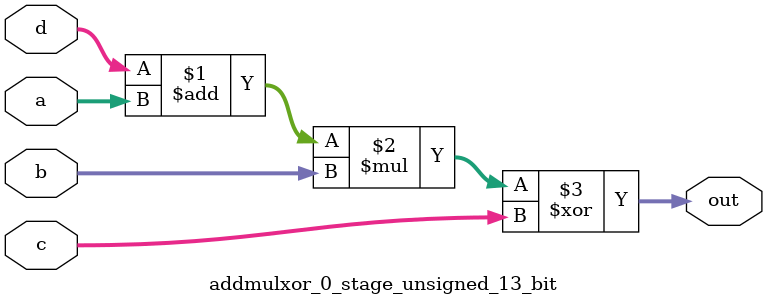
<source format=sv>
(* use_dsp = "yes" *) module addmulxor_0_stage_unsigned_13_bit(
	input  [12:0] a,
	input  [12:0] b,
	input  [12:0] c,
	input  [12:0] d,
	output [12:0] out
	);

	assign out = ((d + a) * b) ^ c;
endmodule

</source>
